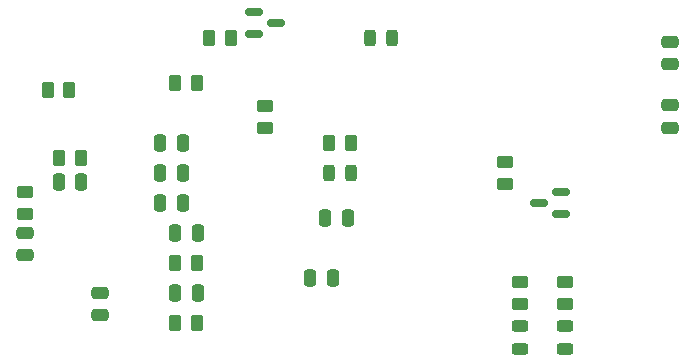
<source format=gbr>
G04 #@! TF.GenerationSoftware,KiCad,Pcbnew,7.0.2-6a45011f42~172~ubuntu22.04.1*
G04 #@! TF.CreationDate,2023-04-28T22:36:36-05:00*
G04 #@! TF.ProjectId,laser,6c617365-722e-46b6-9963-61645f706362,rev?*
G04 #@! TF.SameCoordinates,PXc1c960PY791ddc0*
G04 #@! TF.FileFunction,Paste,Bot*
G04 #@! TF.FilePolarity,Positive*
%FSLAX46Y46*%
G04 Gerber Fmt 4.6, Leading zero omitted, Abs format (unit mm)*
G04 Created by KiCad (PCBNEW 7.0.2-6a45011f42~172~ubuntu22.04.1) date 2023-04-28 22:36:36*
%MOMM*%
%LPD*%
G01*
G04 APERTURE LIST*
G04 Aperture macros list*
%AMRoundRect*
0 Rectangle with rounded corners*
0 $1 Rounding radius*
0 $2 $3 $4 $5 $6 $7 $8 $9 X,Y pos of 4 corners*
0 Add a 4 corners polygon primitive as box body*
4,1,4,$2,$3,$4,$5,$6,$7,$8,$9,$2,$3,0*
0 Add four circle primitives for the rounded corners*
1,1,$1+$1,$2,$3*
1,1,$1+$1,$4,$5*
1,1,$1+$1,$6,$7*
1,1,$1+$1,$8,$9*
0 Add four rect primitives between the rounded corners*
20,1,$1+$1,$2,$3,$4,$5,0*
20,1,$1+$1,$4,$5,$6,$7,0*
20,1,$1+$1,$6,$7,$8,$9,0*
20,1,$1+$1,$8,$9,$2,$3,0*%
G04 Aperture macros list end*
%ADD10RoundRect,0.250000X0.250000X0.475000X-0.250000X0.475000X-0.250000X-0.475000X0.250000X-0.475000X0*%
%ADD11RoundRect,0.150000X0.587500X0.150000X-0.587500X0.150000X-0.587500X-0.150000X0.587500X-0.150000X0*%
%ADD12RoundRect,0.250000X0.262500X0.450000X-0.262500X0.450000X-0.262500X-0.450000X0.262500X-0.450000X0*%
%ADD13RoundRect,0.250000X-0.475000X0.250000X-0.475000X-0.250000X0.475000X-0.250000X0.475000X0.250000X0*%
%ADD14RoundRect,0.250000X-0.250000X-0.475000X0.250000X-0.475000X0.250000X0.475000X-0.250000X0.475000X0*%
%ADD15RoundRect,0.250000X0.450000X-0.262500X0.450000X0.262500X-0.450000X0.262500X-0.450000X-0.262500X0*%
%ADD16RoundRect,0.150000X-0.587500X-0.150000X0.587500X-0.150000X0.587500X0.150000X-0.587500X0.150000X0*%
%ADD17RoundRect,0.250000X-0.262500X-0.450000X0.262500X-0.450000X0.262500X0.450000X-0.262500X0.450000X0*%
%ADD18RoundRect,0.243750X-0.243750X-0.456250X0.243750X-0.456250X0.243750X0.456250X-0.243750X0.456250X0*%
%ADD19RoundRect,0.250000X-0.450000X0.262500X-0.450000X-0.262500X0.450000X-0.262500X0.450000X0.262500X0*%
%ADD20RoundRect,0.243750X0.456250X-0.243750X0.456250X0.243750X-0.456250X0.243750X-0.456250X-0.243750X0*%
%ADD21RoundRect,0.250000X0.475000X-0.250000X0.475000X0.250000X-0.475000X0.250000X-0.475000X-0.250000X0*%
G04 APERTURE END LIST*
D10*
X17140000Y11430000D03*
X15240000Y11430000D03*
D11*
X47934190Y14920000D03*
X47934190Y13020000D03*
X46059190Y13970000D03*
D12*
X7262500Y17780000D03*
X5437500Y17780000D03*
D13*
X57150000Y27620000D03*
X57150000Y25720000D03*
D14*
X27940000Y12700000D03*
X29840000Y12700000D03*
D12*
X17065000Y3810000D03*
X15240000Y3810000D03*
D15*
X22860000Y20320000D03*
X22860000Y22145000D03*
X2540000Y13057500D03*
X2540000Y14882500D03*
D14*
X13970000Y19050000D03*
X15870000Y19050000D03*
D16*
X21922500Y28260000D03*
X21922500Y30160000D03*
X23797500Y29210000D03*
D17*
X18137500Y27940000D03*
X19962500Y27940000D03*
D14*
X13970000Y13970000D03*
X15870000Y13970000D03*
D18*
X31750000Y27940000D03*
X33625000Y27940000D03*
D14*
X26670000Y7620000D03*
X28570000Y7620000D03*
D19*
X43180000Y17422500D03*
X43180000Y15597500D03*
D20*
X44456690Y1627500D03*
X44456690Y3502500D03*
D13*
X8890000Y6350000D03*
X8890000Y4450000D03*
D18*
X28272500Y16510000D03*
X30147500Y16510000D03*
D21*
X57150000Y20320000D03*
X57150000Y22220000D03*
D14*
X13970000Y16510000D03*
X15870000Y16510000D03*
D21*
X2540000Y9530000D03*
X2540000Y11430000D03*
D10*
X17140000Y6350000D03*
X15240000Y6350000D03*
D15*
X44456690Y5437500D03*
X44456690Y7262500D03*
D12*
X6270000Y23495000D03*
X4445000Y23495000D03*
X17065000Y8890000D03*
X15240000Y8890000D03*
D15*
X48266690Y5437500D03*
X48266690Y7262500D03*
D17*
X15240000Y24130000D03*
X17065000Y24130000D03*
D10*
X7300000Y15748000D03*
X5400000Y15748000D03*
D20*
X48266690Y1627500D03*
X48266690Y3502500D03*
D12*
X30122500Y19050000D03*
X28297500Y19050000D03*
M02*

</source>
